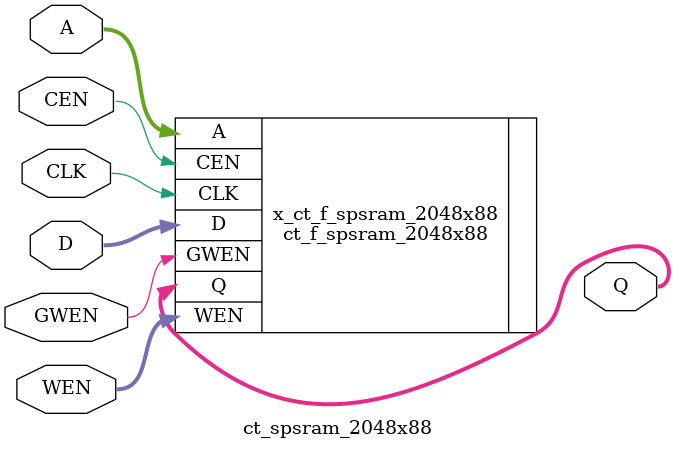
<source format=v>
/*Copyright 2019-2021 T-Head Semiconductor Co., Ltd.

Licensed under the Apache License, Version 2.0 (the "License");
you may not use this file except in compliance with the License.
You may obtain a copy of the License at

    http://www.apache.org/licenses/LICENSE-2.0

Unless required by applicable law or agreed to in writing, software
distributed under the License is distributed on an "AS IS" BASIS,
WITHOUT WARRANTIES OR CONDITIONS OF ANY KIND, either express or implied.
See the License for the specific language governing permissions and
limitations under the License.
*/

// &ModuleBeg; @22
module ct_spsram_2048x88(
  A,
  CEN,
  CLK,
  D,
  GWEN,
  Q,
  WEN
);

// &Ports; @23
input   [10:0]  A;   
input           CEN; 
input           CLK; 
input   [87:0]  D;   
input           GWEN; 
input   [87:0]  WEN; 
output  [87:0]  Q;   

// &Regs; @24

// &Wires; @25
wire    [10:0]  A;   
wire            CEN; 
wire            CLK; 
wire    [87:0]  D;   
wire            GWEN; 
wire    [87:0]  Q;   
wire    [87:0]  WEN; 


//**********************************************************
//                  Parameter Definition
//**********************************************************
parameter ADDR_WIDTH = 11;
parameter DATA_WIDTH = 88;
parameter WE_WIDTH   = 88;

// &Force("bus","Q",DATA_WIDTH-1,0); @34
// &Force("bus","WEN",WE_WIDTH-1,0); @35
// &Force("bus","A",ADDR_WIDTH-1,0); @36
// &Force("bus","D",DATA_WIDTH-1,0); @37

  //********************************************************
  //*                        FPGA memory                   *
  //********************************************************
//   &Instance("ct_f_spsram_2048x88"); @43
ct_f_spsram_2048x88  x_ct_f_spsram_2048x88 (
  .A    (A   ),
  .CEN  (CEN ),
  .CLK  (CLK ),
  .D    (D   ),
  .GWEN (GWEN),
  .Q    (Q   ),
  .WEN  (WEN )
);

//   &Instance("ct_tsmc_spsram_2048x88"); @49

// &ModuleEnd; @65
endmodule



</source>
